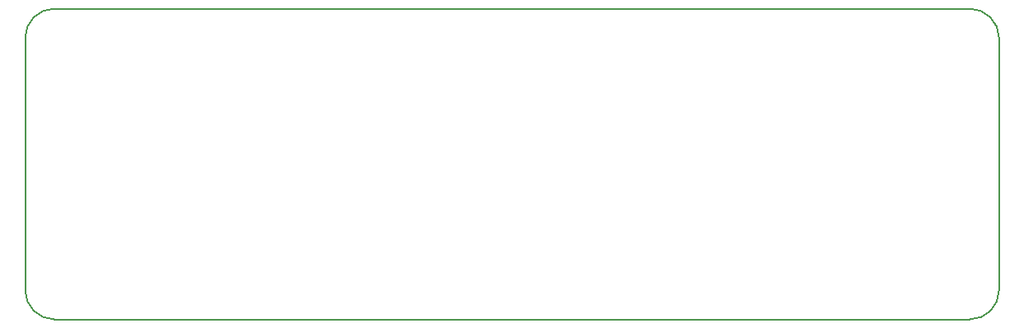
<source format=gbr>
%TF.GenerationSoftware,KiCad,Pcbnew,7.0.6*%
%TF.CreationDate,2023-08-04T15:36:24+02:00*%
%TF.ProjectId,Debug_BreakBoard,44656275-675f-4427-9265-616b426f6172,rev?*%
%TF.SameCoordinates,Original*%
%TF.FileFunction,Profile,NP*%
%FSLAX46Y46*%
G04 Gerber Fmt 4.6, Leading zero omitted, Abs format (unit mm)*
G04 Created by KiCad (PCBNEW 7.0.6) date 2023-08-04 15:36:24*
%MOMM*%
%LPD*%
G01*
G04 APERTURE LIST*
%TA.AperFunction,Profile*%
%ADD10C,0.160000*%
%TD*%
G04 APERTURE END LIST*
D10*
X194000000Y-79000811D02*
G75*
G03*
X197000811Y-75999877I0J3000811D01*
G01*
X194000003Y-47000011D02*
X100000458Y-46999914D01*
X196999989Y-49999877D02*
G75*
G03*
X194000003Y-47000011I-2999989J-123D01*
G01*
X100000455Y-79000824D02*
X194000000Y-79000811D01*
X96999631Y-50000000D02*
X96999631Y-75999889D01*
X100000458Y-46999869D02*
G75*
G03*
X97000369Y-49999889I42J-3000131D01*
G01*
X96999676Y-75999889D02*
G75*
G03*
X100000455Y-79000824I3000824J-111D01*
G01*
X197000811Y-75999877D02*
X197000811Y-50000000D01*
M02*

</source>
